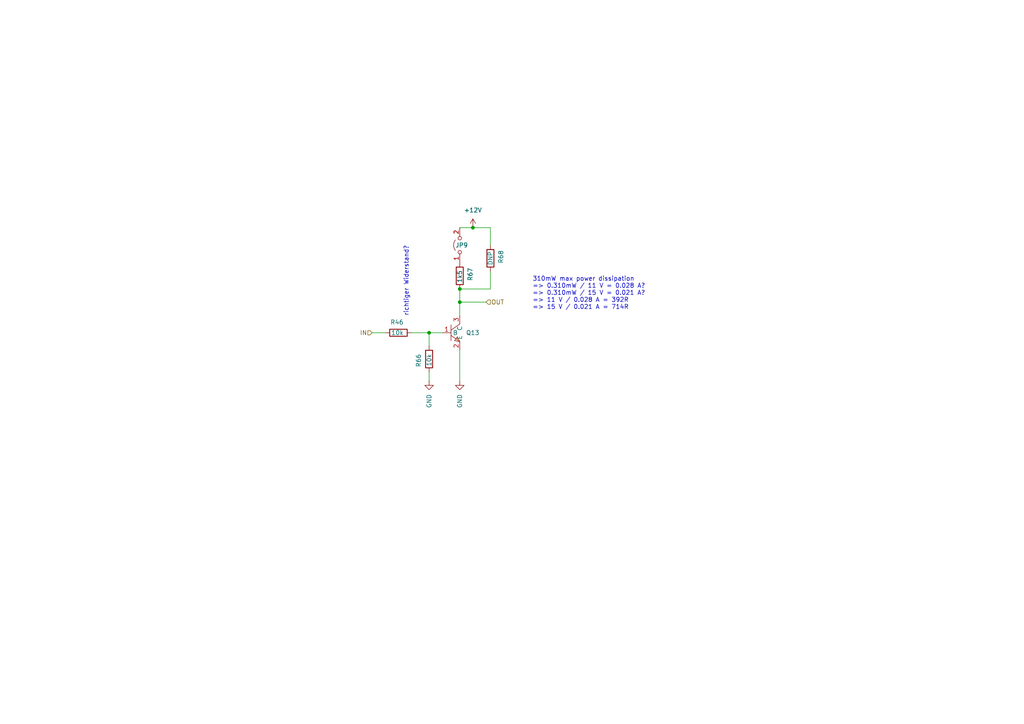
<source format=kicad_sch>
(kicad_sch
	(version 20250114)
	(generator "eeschema")
	(generator_version "9.0")
	(uuid "79a8dbb6-aa15-4c09-9ed8-8a00c60f87c8")
	(paper "A4")
	(lib_symbols
		(symbol "Device:R"
			(pin_numbers
				(hide yes)
			)
			(pin_names
				(offset 0)
			)
			(exclude_from_sim no)
			(in_bom yes)
			(on_board yes)
			(property "Reference" "R"
				(at 2.032 0 90)
				(effects
					(font
						(size 1.27 1.27)
					)
				)
			)
			(property "Value" "R"
				(at 0 0 90)
				(effects
					(font
						(size 1.27 1.27)
					)
				)
			)
			(property "Footprint" ""
				(at -1.778 0 90)
				(effects
					(font
						(size 1.27 1.27)
					)
					(hide yes)
				)
			)
			(property "Datasheet" "~"
				(at 0 0 0)
				(effects
					(font
						(size 1.27 1.27)
					)
					(hide yes)
				)
			)
			(property "Description" "Resistor"
				(at 0 0 0)
				(effects
					(font
						(size 1.27 1.27)
					)
					(hide yes)
				)
			)
			(property "ki_keywords" "R res resistor"
				(at 0 0 0)
				(effects
					(font
						(size 1.27 1.27)
					)
					(hide yes)
				)
			)
			(property "ki_fp_filters" "R_*"
				(at 0 0 0)
				(effects
					(font
						(size 1.27 1.27)
					)
					(hide yes)
				)
			)
			(symbol "R_0_1"
				(rectangle
					(start -1.016 -2.54)
					(end 1.016 2.54)
					(stroke
						(width 0.254)
						(type default)
					)
					(fill
						(type none)
					)
				)
			)
			(symbol "R_1_1"
				(pin passive line
					(at 0 3.81 270)
					(length 1.27)
					(name "~"
						(effects
							(font
								(size 1.27 1.27)
							)
						)
					)
					(number "1"
						(effects
							(font
								(size 1.27 1.27)
							)
						)
					)
				)
				(pin passive line
					(at 0 -3.81 90)
					(length 1.27)
					(name "~"
						(effects
							(font
								(size 1.27 1.27)
							)
						)
					)
					(number "2"
						(effects
							(font
								(size 1.27 1.27)
							)
						)
					)
				)
			)
			(embedded_fonts no)
		)
		(symbol "GND_5"
			(power)
			(pin_numbers
				(hide yes)
			)
			(pin_names
				(offset 0)
				(hide yes)
			)
			(exclude_from_sim no)
			(in_bom yes)
			(on_board yes)
			(property "Reference" "#PWR"
				(at 0 -6.35 0)
				(effects
					(font
						(size 1.27 1.27)
					)
					(hide yes)
				)
			)
			(property "Value" "GND"
				(at 0 -3.81 0)
				(effects
					(font
						(size 1.27 1.27)
					)
				)
			)
			(property "Footprint" ""
				(at 0 0 0)
				(effects
					(font
						(size 1.27 1.27)
					)
					(hide yes)
				)
			)
			(property "Datasheet" ""
				(at 0 0 0)
				(effects
					(font
						(size 1.27 1.27)
					)
					(hide yes)
				)
			)
			(property "Description" "Power symbol creates a global label with name \"GND\" , ground"
				(at 0 0 0)
				(effects
					(font
						(size 1.27 1.27)
					)
					(hide yes)
				)
			)
			(property "ki_keywords" "global power"
				(at 0 0 0)
				(effects
					(font
						(size 1.27 1.27)
					)
					(hide yes)
				)
			)
			(symbol "GND_5_0_1"
				(polyline
					(pts
						(xy 0 0) (xy 0 -1.27) (xy 1.27 -1.27) (xy 0 -2.54) (xy -1.27 -1.27) (xy 0 -1.27)
					)
					(stroke
						(width 0)
						(type default)
					)
					(fill
						(type none)
					)
				)
			)
			(symbol "GND_5_1_1"
				(pin power_in line
					(at 0 0 270)
					(length 0)
					(name "~"
						(effects
							(font
								(size 1.27 1.27)
							)
						)
					)
					(number "1"
						(effects
							(font
								(size 1.27 1.27)
							)
						)
					)
				)
			)
			(embedded_fonts no)
		)
		(symbol "Jumper:Jumper_2_Open"
			(pin_names
				(offset 0)
				(hide yes)
			)
			(exclude_from_sim no)
			(in_bom yes)
			(on_board yes)
			(property "Reference" "JP"
				(at 0 2.794 0)
				(effects
					(font
						(size 1.27 1.27)
					)
				)
			)
			(property "Value" "Jumper_2_Open"
				(at 0 -2.286 0)
				(effects
					(font
						(size 1.27 1.27)
					)
				)
			)
			(property "Footprint" ""
				(at 0 0 0)
				(effects
					(font
						(size 1.27 1.27)
					)
					(hide yes)
				)
			)
			(property "Datasheet" "~"
				(at 0 0 0)
				(effects
					(font
						(size 1.27 1.27)
					)
					(hide yes)
				)
			)
			(property "Description" "Jumper, 2-pole, open"
				(at 0 0 0)
				(effects
					(font
						(size 1.27 1.27)
					)
					(hide yes)
				)
			)
			(property "ki_keywords" "Jumper SPST"
				(at 0 0 0)
				(effects
					(font
						(size 1.27 1.27)
					)
					(hide yes)
				)
			)
			(property "ki_fp_filters" "Jumper* TestPoint*2Pads* TestPoint*Bridge*"
				(at 0 0 0)
				(effects
					(font
						(size 1.27 1.27)
					)
					(hide yes)
				)
			)
			(symbol "Jumper_2_Open_0_0"
				(circle
					(center -2.032 0)
					(radius 0.508)
					(stroke
						(width 0)
						(type default)
					)
					(fill
						(type none)
					)
				)
				(circle
					(center 2.032 0)
					(radius 0.508)
					(stroke
						(width 0)
						(type default)
					)
					(fill
						(type none)
					)
				)
			)
			(symbol "Jumper_2_Open_0_1"
				(arc
					(start -1.524 1.27)
					(mid 0 1.778)
					(end 1.524 1.27)
					(stroke
						(width 0)
						(type default)
					)
					(fill
						(type none)
					)
				)
			)
			(symbol "Jumper_2_Open_1_1"
				(pin passive line
					(at -5.08 0 0)
					(length 2.54)
					(name "A"
						(effects
							(font
								(size 1.27 1.27)
							)
						)
					)
					(number "1"
						(effects
							(font
								(size 1.27 1.27)
							)
						)
					)
				)
				(pin passive line
					(at 5.08 0 180)
					(length 2.54)
					(name "B"
						(effects
							(font
								(size 1.27 1.27)
							)
						)
					)
					(number "2"
						(effects
							(font
								(size 1.27 1.27)
							)
						)
					)
				)
			)
			(embedded_fonts no)
		)
		(symbol "lcsc:2SC1623300-400"
			(exclude_from_sim no)
			(in_bom yes)
			(on_board yes)
			(property "Reference" "Q"
				(at 0 10.16 0)
				(effects
					(font
						(size 1.27 1.27)
					)
				)
			)
			(property "Value" "2SC1623 300-400"
				(at 0 -10.16 0)
				(effects
					(font
						(size 1.27 1.27)
					)
				)
			)
			(property "Footprint" "lcsc:SOT-23-3_L2.9-W1.3-P1.90-LS2.4-BR"
				(at 0 -12.7 0)
				(effects
					(font
						(size 1.27 1.27)
					)
					(hide yes)
				)
			)
			(property "Datasheet" "https://lcsc.com/product-detail/Transistors-NPN-PNP_2SC1623_C2133.html"
				(at 0 -15.24 0)
				(effects
					(font
						(size 1.27 1.27)
					)
					(hide yes)
				)
			)
			(property "Description" ""
				(at 0 0 0)
				(effects
					(font
						(size 1.27 1.27)
					)
					(hide yes)
				)
			)
			(property "LCSC Part" "C2133"
				(at 0 -17.78 0)
				(effects
					(font
						(size 1.27 1.27)
					)
					(hide yes)
				)
			)
			(symbol "2SC1623300-400_0_1"
				(polyline
					(pts
						(xy 0 2.29) (xy 0 -2.29)
					)
					(stroke
						(width 0)
						(type default)
					)
					(fill
						(type none)
					)
				)
				(polyline
					(pts
						(xy 0 -0.76) (xy 2.54 -2.54)
					)
					(stroke
						(width 0)
						(type default)
					)
					(fill
						(type none)
					)
				)
				(polyline
					(pts
						(xy 2.54 2.54) (xy 0 0.76)
					)
					(stroke
						(width 0)
						(type default)
					)
					(fill
						(type none)
					)
				)
				(polyline
					(pts
						(xy 2.54 -2.54) (xy 1.78 -1.27) (xy 1.02 -2.29) (xy 2.54 -2.54)
					)
					(stroke
						(width 0)
						(type default)
					)
					(fill
						(type background)
					)
				)
				(pin unspecified line
					(at -2.54 0 0)
					(length 2.54)
					(name "B"
						(effects
							(font
								(size 1.27 1.27)
							)
						)
					)
					(number "1"
						(effects
							(font
								(size 1.27 1.27)
							)
						)
					)
				)
				(pin unspecified line
					(at 2.54 5.08 270)
					(length 2.54)
					(name "C"
						(effects
							(font
								(size 1.27 1.27)
							)
						)
					)
					(number "3"
						(effects
							(font
								(size 1.27 1.27)
							)
						)
					)
				)
				(pin unspecified line
					(at 2.54 -5.08 90)
					(length 2.54)
					(name "E"
						(effects
							(font
								(size 1.27 1.27)
							)
						)
					)
					(number "2"
						(effects
							(font
								(size 1.27 1.27)
							)
						)
					)
				)
			)
			(embedded_fonts no)
		)
		(symbol "power:+12V"
			(power)
			(pin_numbers
				(hide yes)
			)
			(pin_names
				(offset 0)
				(hide yes)
			)
			(exclude_from_sim no)
			(in_bom yes)
			(on_board yes)
			(property "Reference" "#PWR"
				(at 0 -3.81 0)
				(effects
					(font
						(size 1.27 1.27)
					)
					(hide yes)
				)
			)
			(property "Value" "+12V"
				(at 0 3.556 0)
				(effects
					(font
						(size 1.27 1.27)
					)
				)
			)
			(property "Footprint" ""
				(at 0 0 0)
				(effects
					(font
						(size 1.27 1.27)
					)
					(hide yes)
				)
			)
			(property "Datasheet" ""
				(at 0 0 0)
				(effects
					(font
						(size 1.27 1.27)
					)
					(hide yes)
				)
			)
			(property "Description" "Power symbol creates a global label with name \"+12V\""
				(at 0 0 0)
				(effects
					(font
						(size 1.27 1.27)
					)
					(hide yes)
				)
			)
			(property "ki_keywords" "global power"
				(at 0 0 0)
				(effects
					(font
						(size 1.27 1.27)
					)
					(hide yes)
				)
			)
			(symbol "+12V_0_1"
				(polyline
					(pts
						(xy -0.762 1.27) (xy 0 2.54)
					)
					(stroke
						(width 0)
						(type default)
					)
					(fill
						(type none)
					)
				)
				(polyline
					(pts
						(xy 0 2.54) (xy 0.762 1.27)
					)
					(stroke
						(width 0)
						(type default)
					)
					(fill
						(type none)
					)
				)
				(polyline
					(pts
						(xy 0 0) (xy 0 2.54)
					)
					(stroke
						(width 0)
						(type default)
					)
					(fill
						(type none)
					)
				)
			)
			(symbol "+12V_1_1"
				(pin power_in line
					(at 0 0 90)
					(length 0)
					(name "~"
						(effects
							(font
								(size 1.27 1.27)
							)
						)
					)
					(number "1"
						(effects
							(font
								(size 1.27 1.27)
							)
						)
					)
				)
			)
			(embedded_fonts no)
		)
	)
	(text "richtiger Widerstand?"
		(exclude_from_sim no)
		(at 117.856 81.534 90)
		(effects
			(font
				(size 1.27 1.27)
			)
		)
		(uuid "02eacba9-16a8-4f99-809e-6e61a4b5066b")
	)
	(text "310mW max power dissipation\n=> 0.310mW / 11 V = 0.028 A\r\n=> 0.310mW / 15 V = 0.021 A\r\n=> 11 V / 0.028 A = 392R\n=> 15 V / 0.021 A = 714R"
		(exclude_from_sim no)
		(at 154.432 85.09 0)
		(effects
			(font
				(size 1.27 1.27)
			)
			(justify left)
		)
		(uuid "feae7730-3991-4d27-9cd7-d67581fea982")
	)
	(junction
		(at 133.35 87.63)
		(diameter 0)
		(color 0 0 0 0)
		(uuid "5e77f07a-d816-48c7-9ec1-d7a18f53a0bc")
	)
	(junction
		(at 133.35 83.82)
		(diameter 0)
		(color 0 0 0 0)
		(uuid "a75a3844-40cf-4e62-917e-7325b069c9c9")
	)
	(junction
		(at 124.46 96.52)
		(diameter 0)
		(color 0 0 0 0)
		(uuid "b88ed3ee-6f41-494d-a4fc-f884a6c0714c")
	)
	(junction
		(at 137.16 66.04)
		(diameter 0)
		(color 0 0 0 0)
		(uuid "e09a3809-eac2-478d-8249-021a4310a9d1")
	)
	(wire
		(pts
			(xy 133.35 83.82) (xy 133.35 87.63)
		)
		(stroke
			(width 0)
			(type default)
		)
		(uuid "0b3b8c4c-d5eb-47a3-90c3-3e71a287e473")
	)
	(wire
		(pts
			(xy 124.46 110.49) (xy 124.46 107.95)
		)
		(stroke
			(width 0)
			(type default)
		)
		(uuid "2065359b-888e-4797-9f82-f33d7d6c5f3a")
	)
	(wire
		(pts
			(xy 107.95 96.52) (xy 111.76 96.52)
		)
		(stroke
			(width 0)
			(type default)
		)
		(uuid "61e48e4b-e5ff-4822-af3a-918dd7ea7284")
	)
	(wire
		(pts
			(xy 133.35 83.82) (xy 142.24 83.82)
		)
		(stroke
			(width 0)
			(type default)
		)
		(uuid "78c514d2-ed2b-4fdc-a512-441fe46e4cb1")
	)
	(wire
		(pts
			(xy 119.38 96.52) (xy 124.46 96.52)
		)
		(stroke
			(width 0)
			(type default)
		)
		(uuid "78f0d6a9-8f2e-4cf6-8471-ffd95e5992b9")
	)
	(wire
		(pts
			(xy 142.24 83.82) (xy 142.24 78.74)
		)
		(stroke
			(width 0)
			(type default)
		)
		(uuid "7cf5bb79-b4ed-4315-b41d-c78605821654")
	)
	(wire
		(pts
			(xy 124.46 100.33) (xy 124.46 96.52)
		)
		(stroke
			(width 0)
			(type default)
		)
		(uuid "95141db1-928b-4462-bae4-c29e1ce5753b")
	)
	(wire
		(pts
			(xy 142.24 71.12) (xy 142.24 66.04)
		)
		(stroke
			(width 0)
			(type default)
		)
		(uuid "ab28b8c3-4634-4695-96a3-3f4056f5262d")
	)
	(wire
		(pts
			(xy 140.97 87.63) (xy 133.35 87.63)
		)
		(stroke
			(width 0)
			(type default)
		)
		(uuid "ad390ae6-3b04-473c-8adb-17bb6ef50fad")
	)
	(wire
		(pts
			(xy 133.35 87.63) (xy 133.35 91.44)
		)
		(stroke
			(width 0)
			(type default)
		)
		(uuid "c23cded0-d68e-4f1d-8300-5e5b74f8e10c")
	)
	(wire
		(pts
			(xy 124.46 96.52) (xy 128.27 96.52)
		)
		(stroke
			(width 0)
			(type default)
		)
		(uuid "c7a82795-04b7-44d9-a221-395151c46f05")
	)
	(wire
		(pts
			(xy 137.16 66.04) (xy 133.35 66.04)
		)
		(stroke
			(width 0)
			(type default)
		)
		(uuid "dcf3ca93-248d-477a-8c97-955a4b6fc5da")
	)
	(wire
		(pts
			(xy 133.35 101.6) (xy 133.35 110.49)
		)
		(stroke
			(width 0)
			(type default)
		)
		(uuid "dfa485e7-5fc2-4f20-b412-a8796523aeea")
	)
	(wire
		(pts
			(xy 142.24 66.04) (xy 137.16 66.04)
		)
		(stroke
			(width 0)
			(type default)
		)
		(uuid "eb6a34db-8378-44fa-932d-5cc036e27466")
	)
	(hierarchical_label "IN"
		(shape input)
		(at 107.95 96.52 180)
		(effects
			(font
				(size 1.27 1.27)
			)
			(justify right)
		)
		(uuid "179e1314-108c-440e-9a51-f0ea3d714815")
	)
	(hierarchical_label "OUT"
		(shape input)
		(at 140.97 87.63 0)
		(effects
			(font
				(size 1.27 1.27)
			)
			(justify left)
		)
		(uuid "409083a6-93f7-4a44-9301-6d3856ddb4d9")
	)
	(symbol
		(lib_name "GND_5")
		(lib_id "power:GND")
		(at 124.46 110.49 0)
		(unit 1)
		(exclude_from_sim no)
		(in_bom yes)
		(on_board yes)
		(dnp no)
		(uuid "053e9172-7dcd-42aa-a1f2-cba83a5b27d9")
		(property "Reference" "#PWR04"
			(at 124.46 116.84 0)
			(effects
				(font
					(size 1.27 1.27)
				)
				(hide yes)
			)
		)
		(property "Value" "GND"
			(at 124.4601 114.3 90)
			(effects
				(font
					(size 1.27 1.27)
				)
				(justify right)
			)
		)
		(property "Footprint" ""
			(at 124.46 110.49 0)
			(effects
				(font
					(size 1.27 1.27)
				)
				(hide yes)
			)
		)
		(property "Datasheet" ""
			(at 124.46 110.49 0)
			(effects
				(font
					(size 1.27 1.27)
				)
				(hide yes)
			)
		)
		(property "Description" "Power symbol creates a global label with name \"GND\" , ground"
			(at 124.46 110.49 0)
			(effects
				(font
					(size 1.27 1.27)
				)
				(hide yes)
			)
		)
		(pin "1"
			(uuid "59108346-0d07-4143-b886-d2d25c8d6772")
		)
		(instances
			(project "espio"
				(path "/b4b62778-ee22-463e-ba5d-5da015edb128/7ae4453e-a174-4f87-a134-606e56328dee"
					(reference "#PWR041")
					(unit 1)
				)
				(path "/b4b62778-ee22-463e-ba5d-5da015edb128/80b5e3cb-60a5-46e6-a51c-6bd982a11778"
					(reference "#PWR014")
					(unit 1)
				)
				(path "/b4b62778-ee22-463e-ba5d-5da015edb128/9829b664-9e16-4524-811b-42353ac4da4c"
					(reference "#PWR018")
					(unit 1)
				)
				(path "/b4b62778-ee22-463e-ba5d-5da015edb128/af9f5964-7577-4e21-925e-0c05ecae41a0"
					(reference "#PWR039")
					(unit 1)
				)
				(path "/b4b62778-ee22-463e-ba5d-5da015edb128/bf50a82d-64a8-4a51-abc6-2962ca47ac46"
					(reference "#PWR04")
					(unit 1)
				)
				(path "/b4b62778-ee22-463e-ba5d-5da015edb128/c4276a2f-9e3c-4afb-84bb-cc95fe9df4dd"
					(reference "#PWR08")
					(unit 1)
				)
			)
		)
	)
	(symbol
		(lib_id "Device:R")
		(at 124.46 104.14 180)
		(unit 1)
		(exclude_from_sim no)
		(in_bom yes)
		(on_board yes)
		(dnp no)
		(uuid "140414df-e653-4e6c-81b0-6f01132fd87f")
		(property "Reference" "R40"
			(at 121.412 102.616 90)
			(effects
				(font
					(size 1.27 1.27)
				)
				(justify left)
			)
		)
		(property "Value" "10k"
			(at 124.46 102.616 90)
			(effects
				(font
					(size 1.27 1.27)
				)
				(justify left)
			)
		)
		(property "Footprint" "Resistor_SMD:R_0603_1608Metric"
			(at 126.238 104.14 90)
			(effects
				(font
					(size 1.27 1.27)
				)
				(hide yes)
			)
		)
		(property "Datasheet" "~"
			(at 124.46 104.14 0)
			(effects
				(font
					(size 1.27 1.27)
				)
				(hide yes)
			)
		)
		(property "Description" ""
			(at 124.46 104.14 0)
			(effects
				(font
					(size 1.27 1.27)
				)
				(hide yes)
			)
		)
		(pin "1"
			(uuid "6e617aee-52f2-4d12-b0d6-5223d92bc989")
		)
		(pin "2"
			(uuid "91b04415-6fac-4411-b132-05f3cf164f0d")
		)
		(instances
			(project "espio"
				(path "/b4b62778-ee22-463e-ba5d-5da015edb128/7ae4453e-a174-4f87-a134-606e56328dee"
					(reference "R66")
					(unit 1)
				)
				(path "/b4b62778-ee22-463e-ba5d-5da015edb128/80b5e3cb-60a5-46e6-a51c-6bd982a11778"
					(reference "R47")
					(unit 1)
				)
				(path "/b4b62778-ee22-463e-ba5d-5da015edb128/9829b664-9e16-4524-811b-42353ac4da4c"
					(reference "R50")
					(unit 1)
				)
				(path "/b4b62778-ee22-463e-ba5d-5da015edb128/af9f5964-7577-4e21-925e-0c05ecae41a0"
					(reference "R62")
					(unit 1)
				)
				(path "/b4b62778-ee22-463e-ba5d-5da015edb128/bf50a82d-64a8-4a51-abc6-2962ca47ac46"
					(reference "R40")
					(unit 1)
				)
				(path "/b4b62778-ee22-463e-ba5d-5da015edb128/c4276a2f-9e3c-4afb-84bb-cc95fe9df4dd"
					(reference "R43")
					(unit 1)
				)
			)
		)
	)
	(symbol
		(lib_id "Jumper:Jumper_2_Open")
		(at 133.35 71.12 90)
		(unit 1)
		(exclude_from_sim no)
		(in_bom yes)
		(on_board yes)
		(dnp no)
		(uuid "417f5a4e-e753-431a-aee8-68053f92990a")
		(property "Reference" "JP4"
			(at 132.08 71.12 90)
			(effects
				(font
					(size 1.27 1.27)
				)
				(justify right)
			)
		)
		(property "Value" "Jumper_2_Open"
			(at 128.27 63.5 90)
			(effects
				(font
					(size 1.27 1.27)
				)
				(justify right)
				(hide yes)
			)
		)
		(property "Footprint" "Jumper:SolderJumper-2_P1.3mm_Open_Pad1.0x1.5mm"
			(at 133.35 71.12 0)
			(effects
				(font
					(size 1.27 1.27)
				)
				(hide yes)
			)
		)
		(property "Datasheet" "~"
			(at 133.35 71.12 0)
			(effects
				(font
					(size 1.27 1.27)
				)
				(hide yes)
			)
		)
		(property "Description" ""
			(at 133.35 71.12 0)
			(effects
				(font
					(size 1.27 1.27)
				)
				(hide yes)
			)
		)
		(pin "2"
			(uuid "6fb9bcda-3ea9-48eb-8137-bee46ffc165a")
		)
		(pin "1"
			(uuid "b5aded60-c211-4510-b803-8e35bae30cfe")
		)
		(instances
			(project "espio"
				(path "/b4b62778-ee22-463e-ba5d-5da015edb128/7ae4453e-a174-4f87-a134-606e56328dee"
					(reference "JP9")
					(unit 1)
				)
				(path "/b4b62778-ee22-463e-ba5d-5da015edb128/80b5e3cb-60a5-46e6-a51c-6bd982a11778"
					(reference "JP6")
					(unit 1)
				)
				(path "/b4b62778-ee22-463e-ba5d-5da015edb128/9829b664-9e16-4524-811b-42353ac4da4c"
					(reference "JP7")
					(unit 1)
				)
				(path "/b4b62778-ee22-463e-ba5d-5da015edb128/af9f5964-7577-4e21-925e-0c05ecae41a0"
					(reference "JP8")
					(unit 1)
				)
				(path "/b4b62778-ee22-463e-ba5d-5da015edb128/bf50a82d-64a8-4a51-abc6-2962ca47ac46"
					(reference "JP4")
					(unit 1)
				)
				(path "/b4b62778-ee22-463e-ba5d-5da015edb128/c4276a2f-9e3c-4afb-84bb-cc95fe9df4dd"
					(reference "JP5")
					(unit 1)
				)
			)
		)
	)
	(symbol
		(lib_id "lcsc:2SC1623300-400")
		(at 130.81 96.52 0)
		(unit 1)
		(exclude_from_sim no)
		(in_bom yes)
		(on_board yes)
		(dnp no)
		(uuid "4575b9f1-3c6a-4378-bf29-fa81dbca453d")
		(property "Reference" "Q3"
			(at 135.128 96.52 0)
			(effects
				(font
					(size 1.27 1.27)
				)
				(justify left)
			)
		)
		(property "Value" "2SC1623 300-400"
			(at 134.62 97.7899 0)
			(effects
				(font
					(size 1.27 1.27)
				)
				(justify left)
				(hide yes)
			)
		)
		(property "Footprint" "lcsc:SOT-23-3_L2.9-W1.3-P1.90-LS2.4-BR"
			(at 130.81 109.22 0)
			(effects
				(font
					(size 1.27 1.27)
				)
				(hide yes)
			)
		)
		(property "Datasheet" "https://lcsc.com/product-detail/Transistors-NPN-PNP_2SC1623_C2133.html"
			(at 130.81 111.76 0)
			(effects
				(font
					(size 1.27 1.27)
				)
				(hide yes)
			)
		)
		(property "Description" ""
			(at 130.81 96.52 0)
			(effects
				(font
					(size 1.27 1.27)
				)
				(hide yes)
			)
		)
		(property "LCSC Part" "C2133"
			(at 130.81 114.3 0)
			(effects
				(font
					(size 1.27 1.27)
				)
				(hide yes)
			)
		)
		(pin "2"
			(uuid "a558cd58-5d5d-4188-bc4f-e9159b26983c")
		)
		(pin "3"
			(uuid "a77a0a28-fad2-422e-99fa-1b0c8337803f")
		)
		(pin "1"
			(uuid "c942be12-4d4a-41a0-9ede-196aa9bd39c7")
		)
		(instances
			(project "espio"
				(path "/b4b62778-ee22-463e-ba5d-5da015edb128/7ae4453e-a174-4f87-a134-606e56328dee"
					(reference "Q13")
					(unit 1)
				)
				(path "/b4b62778-ee22-463e-ba5d-5da015edb128/80b5e3cb-60a5-46e6-a51c-6bd982a11778"
					(reference "Q7")
					(unit 1)
				)
				(path "/b4b62778-ee22-463e-ba5d-5da015edb128/9829b664-9e16-4524-811b-42353ac4da4c"
					(reference "Q10")
					(unit 1)
				)
				(path "/b4b62778-ee22-463e-ba5d-5da015edb128/af9f5964-7577-4e21-925e-0c05ecae41a0"
					(reference "Q12")
					(unit 1)
				)
				(path "/b4b62778-ee22-463e-ba5d-5da015edb128/bf50a82d-64a8-4a51-abc6-2962ca47ac46"
					(reference "Q3")
					(unit 1)
				)
				(path "/b4b62778-ee22-463e-ba5d-5da015edb128/c4276a2f-9e3c-4afb-84bb-cc95fe9df4dd"
					(reference "Q5")
					(unit 1)
				)
			)
		)
	)
	(symbol
		(lib_id "power:+12V")
		(at 137.16 66.04 0)
		(unit 1)
		(exclude_from_sim no)
		(in_bom yes)
		(on_board yes)
		(dnp no)
		(fields_autoplaced yes)
		(uuid "579fd65d-3b81-408c-84c9-7ed965d7a564")
		(property "Reference" "#PWR065"
			(at 137.16 69.85 0)
			(effects
				(font
					(size 1.27 1.27)
				)
				(hide yes)
			)
		)
		(property "Value" "+12V"
			(at 137.16 60.96 0)
			(effects
				(font
					(size 1.27 1.27)
				)
			)
		)
		(property "Footprint" ""
			(at 137.16 66.04 0)
			(effects
				(font
					(size 1.27 1.27)
				)
				(hide yes)
			)
		)
		(property "Datasheet" ""
			(at 137.16 66.04 0)
			(effects
				(font
					(size 1.27 1.27)
				)
				(hide yes)
			)
		)
		(property "Description" "Power symbol creates a global label with name \"+12V\""
			(at 137.16 66.04 0)
			(effects
				(font
					(size 1.27 1.27)
				)
				(hide yes)
			)
		)
		(pin "1"
			(uuid "6e9bb565-c095-407a-acfa-59924f39ec9f")
		)
		(instances
			(project ""
				(path "/b4b62778-ee22-463e-ba5d-5da015edb128/7ae4453e-a174-4f87-a134-606e56328dee"
					(reference "#PWR071")
					(unit 1)
				)
				(path "/b4b62778-ee22-463e-ba5d-5da015edb128/80b5e3cb-60a5-46e6-a51c-6bd982a11778"
					(reference "#PWR068")
					(unit 1)
				)
				(path "/b4b62778-ee22-463e-ba5d-5da015edb128/9829b664-9e16-4524-811b-42353ac4da4c"
					(reference "#PWR069")
					(unit 1)
				)
				(path "/b4b62778-ee22-463e-ba5d-5da015edb128/af9f5964-7577-4e21-925e-0c05ecae41a0"
					(reference "#PWR070")
					(unit 1)
				)
				(path "/b4b62778-ee22-463e-ba5d-5da015edb128/bf50a82d-64a8-4a51-abc6-2962ca47ac46"
					(reference "#PWR065")
					(unit 1)
				)
				(path "/b4b62778-ee22-463e-ba5d-5da015edb128/c4276a2f-9e3c-4afb-84bb-cc95fe9df4dd"
					(reference "#PWR067")
					(unit 1)
				)
			)
		)
	)
	(symbol
		(lib_id "Device:R")
		(at 115.57 96.52 90)
		(unit 1)
		(exclude_from_sim no)
		(in_bom yes)
		(on_board yes)
		(dnp no)
		(uuid "6d39deb6-424c-4d48-8e07-92a2a64b50fc")
		(property "Reference" "R46"
			(at 117.094 93.472 90)
			(effects
				(font
					(size 1.27 1.27)
				)
				(justify left)
			)
		)
		(property "Value" "10k"
			(at 117.094 96.52 90)
			(effects
				(font
					(size 1.27 1.27)
				)
				(justify left)
			)
		)
		(property "Footprint" "Resistor_SMD:R_0603_1608Metric"
			(at 115.57 98.298 90)
			(effects
				(font
					(size 1.27 1.27)
				)
				(hide yes)
			)
		)
		(property "Datasheet" "~"
			(at 115.57 96.52 0)
			(effects
				(font
					(size 1.27 1.27)
				)
				(hide yes)
			)
		)
		(property "Description" ""
			(at 115.57 96.52 0)
			(effects
				(font
					(size 1.27 1.27)
				)
				(hide yes)
			)
		)
		(pin "1"
			(uuid "fff820bf-2007-4e1f-949c-280b36e9dd12")
		)
		(pin "2"
			(uuid "98c4bd13-aca7-4000-987d-c566e0ff7796")
		)
		(instances
			(project "espio"
				(path "/b4b62778-ee22-463e-ba5d-5da015edb128/7ae4453e-a174-4f87-a134-606e56328dee"
					(reference "R46")
					(unit 1)
				)
				(path "/b4b62778-ee22-463e-ba5d-5da015edb128/80b5e3cb-60a5-46e6-a51c-6bd982a11778"
					(reference "R46")
					(unit 1)
				)
				(path "/b4b62778-ee22-463e-ba5d-5da015edb128/9829b664-9e16-4524-811b-42353ac4da4c"
					(reference "R46")
					(unit 1)
				)
				(path "/b4b62778-ee22-463e-ba5d-5da015edb128/af9f5964-7577-4e21-925e-0c05ecae41a0"
					(reference "R46")
					(unit 1)
				)
				(path "/b4b62778-ee22-463e-ba5d-5da015edb128/bf50a82d-64a8-4a51-abc6-2962ca47ac46"
					(reference "R46")
					(unit 1)
				)
				(path "/b4b62778-ee22-463e-ba5d-5da015edb128/c4276a2f-9e3c-4afb-84bb-cc95fe9df4dd"
					(reference "R46")
					(unit 1)
				)
			)
		)
	)
	(symbol
		(lib_name "GND_5")
		(lib_id "power:GND")
		(at 133.35 110.49 0)
		(unit 1)
		(exclude_from_sim no)
		(in_bom yes)
		(on_board yes)
		(dnp no)
		(uuid "c2a29ad4-9a40-4aab-b9d8-7d2a6361c8ba")
		(property "Reference" "#PWR06"
			(at 133.35 116.84 0)
			(effects
				(font
					(size 1.27 1.27)
				)
				(hide yes)
			)
		)
		(property "Value" "GND"
			(at 133.3501 114.3 90)
			(effects
				(font
					(size 1.27 1.27)
				)
				(justify right)
			)
		)
		(property "Footprint" ""
			(at 133.35 110.49 0)
			(effects
				(font
					(size 1.27 1.27)
				)
				(hide yes)
			)
		)
		(property "Datasheet" ""
			(at 133.35 110.49 0)
			(effects
				(font
					(size 1.27 1.27)
				)
				(hide yes)
			)
		)
		(property "Description" "Power symbol creates a global label with name \"GND\" , ground"
			(at 133.35 110.49 0)
			(effects
				(font
					(size 1.27 1.27)
				)
				(hide yes)
			)
		)
		(pin "1"
			(uuid "7e831b18-7b39-438f-96de-1faf996f0555")
		)
		(instances
			(project "espio"
				(path "/b4b62778-ee22-463e-ba5d-5da015edb128/7ae4453e-a174-4f87-a134-606e56328dee"
					(reference "#PWR053")
					(unit 1)
				)
				(path "/b4b62778-ee22-463e-ba5d-5da015edb128/80b5e3cb-60a5-46e6-a51c-6bd982a11778"
					(reference "#PWR015")
					(unit 1)
				)
				(path "/b4b62778-ee22-463e-ba5d-5da015edb128/9829b664-9e16-4524-811b-42353ac4da4c"
					(reference "#PWR019")
					(unit 1)
				)
				(path "/b4b62778-ee22-463e-ba5d-5da015edb128/af9f5964-7577-4e21-925e-0c05ecae41a0"
					(reference "#PWR040")
					(unit 1)
				)
				(path "/b4b62778-ee22-463e-ba5d-5da015edb128/bf50a82d-64a8-4a51-abc6-2962ca47ac46"
					(reference "#PWR06")
					(unit 1)
				)
				(path "/b4b62778-ee22-463e-ba5d-5da015edb128/c4276a2f-9e3c-4afb-84bb-cc95fe9df4dd"
					(reference "#PWR013")
					(unit 1)
				)
			)
		)
	)
	(symbol
		(lib_id "Device:R")
		(at 133.35 80.01 0)
		(unit 1)
		(exclude_from_sim no)
		(in_bom yes)
		(on_board yes)
		(dnp no)
		(uuid "d7fbc05e-e6f6-45ba-8532-d4ebca582b9e")
		(property "Reference" "R41"
			(at 136.398 81.534 90)
			(effects
				(font
					(size 1.27 1.27)
				)
				(justify left)
			)
		)
		(property "Value" "1k5"
			(at 133.35 82.042 90)
			(effects
				(font
					(size 1.27 1.27)
				)
				(justify left)
			)
		)
		(property "Footprint" "Resistor_THT:R_Axial_DIN0207_L6.3mm_D2.5mm_P7.62mm_Horizontal"
			(at 131.572 80.01 90)
			(effects
				(font
					(size 1.27 1.27)
				)
				(hide yes)
			)
		)
		(property "Datasheet" "~"
			(at 133.35 80.01 0)
			(effects
				(font
					(size 1.27 1.27)
				)
				(hide yes)
			)
		)
		(property "Description" ""
			(at 133.35 80.01 0)
			(effects
				(font
					(size 1.27 1.27)
				)
				(hide yes)
			)
		)
		(pin "1"
			(uuid "e5e76e7a-2ed7-42c7-b698-e25f05d3629f")
		)
		(pin "2"
			(uuid "e422a6a0-eda1-457a-b5ca-71b16c81e562")
		)
		(instances
			(project "espio"
				(path "/b4b62778-ee22-463e-ba5d-5da015edb128/7ae4453e-a174-4f87-a134-606e56328dee"
					(reference "R67")
					(unit 1)
				)
				(path "/b4b62778-ee22-463e-ba5d-5da015edb128/80b5e3cb-60a5-46e6-a51c-6bd982a11778"
					(reference "R48")
					(unit 1)
				)
				(path "/b4b62778-ee22-463e-ba5d-5da015edb128/9829b664-9e16-4524-811b-42353ac4da4c"
					(reference "R51")
					(unit 1)
				)
				(path "/b4b62778-ee22-463e-ba5d-5da015edb128/af9f5964-7577-4e21-925e-0c05ecae41a0"
					(reference "R64")
					(unit 1)
				)
				(path "/b4b62778-ee22-463e-ba5d-5da015edb128/bf50a82d-64a8-4a51-abc6-2962ca47ac46"
					(reference "R41")
					(unit 1)
				)
				(path "/b4b62778-ee22-463e-ba5d-5da015edb128/c4276a2f-9e3c-4afb-84bb-cc95fe9df4dd"
					(reference "R45")
					(unit 1)
				)
			)
		)
	)
	(symbol
		(lib_id "Device:R")
		(at 142.24 74.93 0)
		(unit 1)
		(exclude_from_sim no)
		(in_bom yes)
		(on_board yes)
		(dnp no)
		(uuid "dc902a9d-440e-4af4-9768-1cc1b846059b")
		(property "Reference" "R39"
			(at 145.288 76.454 90)
			(effects
				(font
					(size 1.27 1.27)
				)
				(justify left)
			)
		)
		(property "Value" "DNP"
			(at 142.24 76.962 90)
			(effects
				(font
					(size 1.27 1.27)
				)
				(justify left)
			)
		)
		(property "Footprint" "Resistor_THT:R_Axial_DIN0207_L6.3mm_D2.5mm_P7.62mm_Horizontal"
			(at 140.462 74.93 90)
			(effects
				(font
					(size 1.27 1.27)
				)
				(hide yes)
			)
		)
		(property "Datasheet" "~"
			(at 142.24 74.93 0)
			(effects
				(font
					(size 1.27 1.27)
				)
				(hide yes)
			)
		)
		(property "Description" ""
			(at 142.24 74.93 0)
			(effects
				(font
					(size 1.27 1.27)
				)
				(hide yes)
			)
		)
		(pin "1"
			(uuid "ac166158-e3d5-4ba4-b9e8-f74bcdfd4e9c")
		)
		(pin "2"
			(uuid "e7a4de5d-0b4c-4b5f-af8c-fc13a568b071")
		)
		(instances
			(project "espio"
				(path "/b4b62778-ee22-463e-ba5d-5da015edb128/7ae4453e-a174-4f87-a134-606e56328dee"
					(reference "R68")
					(unit 1)
				)
				(path "/b4b62778-ee22-463e-ba5d-5da015edb128/80b5e3cb-60a5-46e6-a51c-6bd982a11778"
					(reference "R49")
					(unit 1)
				)
				(path "/b4b62778-ee22-463e-ba5d-5da015edb128/9829b664-9e16-4524-811b-42353ac4da4c"
					(reference "R52")
					(unit 1)
				)
				(path "/b4b62778-ee22-463e-ba5d-5da015edb128/af9f5964-7577-4e21-925e-0c05ecae41a0"
					(reference "R65")
					(unit 1)
				)
				(path "/b4b62778-ee22-463e-ba5d-5da015edb128/bf50a82d-64a8-4a51-abc6-2962ca47ac46"
					(reference "R39")
					(unit 1)
				)
				(path "/b4b62778-ee22-463e-ba5d-5da015edb128/c4276a2f-9e3c-4afb-84bb-cc95fe9df4dd"
					(reference "R42")
					(unit 1)
				)
			)
		)
	)
)

</source>
